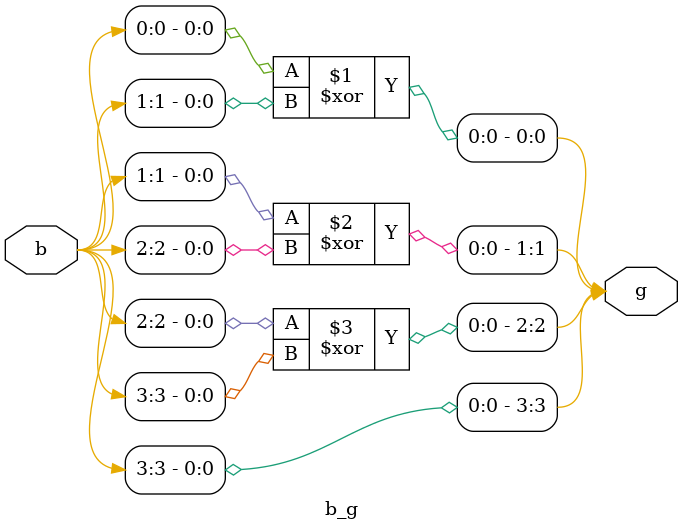
<source format=v>
module b_g(
  input [3:0]b,
  output [3:0]g
  );
  assign g[0]=b[0]^b[1];
  assign g[1]=b[1]^b[2];
  assign g[2]=b[2]^b[3];
  assign g[3]=b[3];
endmodule

</source>
